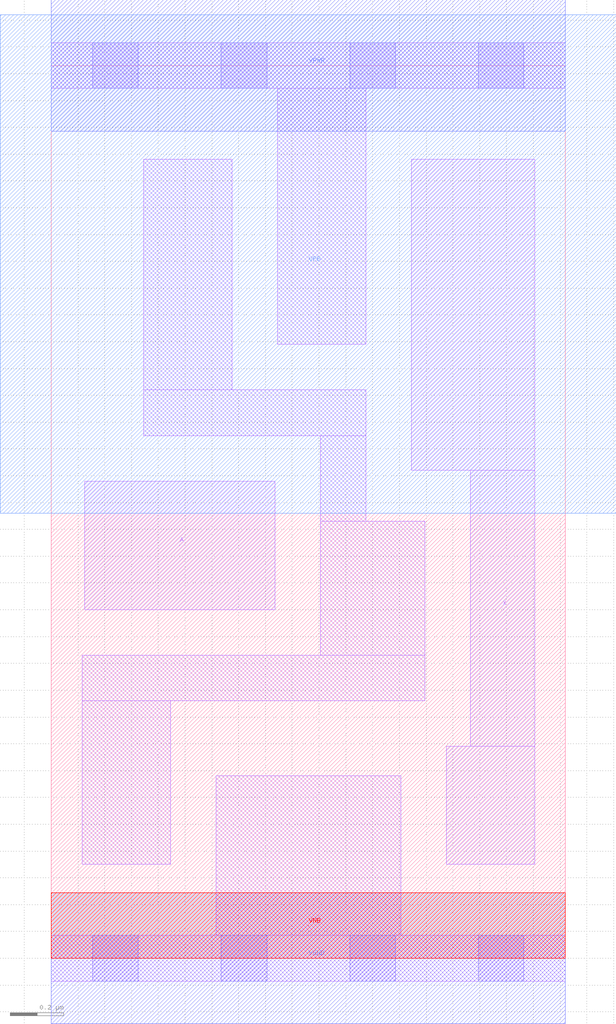
<source format=lef>
# Copyright 2020 The SkyWater PDK Authors
#
# Licensed under the Apache License, Version 2.0 (the "License");
# you may not use this file except in compliance with the License.
# You may obtain a copy of the License at
#
#     https://www.apache.org/licenses/LICENSE-2.0
#
# Unless required by applicable law or agreed to in writing, software
# distributed under the License is distributed on an "AS IS" BASIS,
# WITHOUT WARRANTIES OR CONDITIONS OF ANY KIND, either express or implied.
# See the License for the specific language governing permissions and
# limitations under the License.
#
# SPDX-License-Identifier: Apache-2.0

VERSION 5.7 ;
  NOWIREEXTENSIONATPIN ON ;
  DIVIDERCHAR "/" ;
  BUSBITCHARS "[]" ;
MACRO sky130_fd_sc_ls__clkbuf_1
  CLASS CORE ;
  FOREIGN sky130_fd_sc_ls__clkbuf_1 ;
  ORIGIN  0.000000  0.000000 ;
  SIZE  1.920000 BY  3.330000 ;
  SYMMETRY X Y ;
  SITE unit ;
  PIN A
    ANTENNAGATEAREA  0.231000 ;
    DIRECTION INPUT ;
    USE SIGNAL ;
    PORT
      LAYER li1 ;
        RECT 0.125000 1.300000 0.835000 1.780000 ;
    END
  END A
  PIN VNB
    PORT
      LAYER pwell ;
        RECT 0.000000 0.000000 1.920000 0.245000 ;
    END
  END VNB
  PIN VPB
    PORT
      LAYER nwell ;
        RECT -0.190000 1.660000 2.110000 3.520000 ;
    END
  END VPB
  PIN X
    ANTENNADIFFAREA  0.449400 ;
    DIRECTION OUTPUT ;
    USE SIGNAL ;
    PORT
      LAYER li1 ;
        RECT 1.345000 1.820000 1.805000 2.980000 ;
        RECT 1.475000 0.350000 1.805000 0.790000 ;
        RECT 1.565000 0.790000 1.805000 1.820000 ;
    END
  END X
  PIN VGND
    DIRECTION INOUT ;
    SHAPE ABUTMENT ;
    USE GROUND ;
    PORT
      LAYER met1 ;
        RECT 0.000000 -0.245000 1.920000 0.245000 ;
    END
  END VGND
  PIN VPWR
    DIRECTION INOUT ;
    SHAPE ABUTMENT ;
    USE POWER ;
    PORT
      LAYER met1 ;
        RECT 0.000000 3.085000 1.920000 3.575000 ;
    END
  END VPWR
  OBS
    LAYER li1 ;
      RECT 0.000000 -0.085000 1.920000 0.085000 ;
      RECT 0.000000  3.245000 1.920000 3.415000 ;
      RECT 0.115000  0.350000 0.445000 0.960000 ;
      RECT 0.115000  0.960000 1.395000 1.130000 ;
      RECT 0.345000  1.950000 1.175000 2.120000 ;
      RECT 0.345000  2.120000 0.675000 2.980000 ;
      RECT 0.615000  0.085000 1.305000 0.680000 ;
      RECT 0.845000  2.290000 1.175000 3.245000 ;
      RECT 1.005000  1.130000 1.395000 1.630000 ;
      RECT 1.005000  1.630000 1.175000 1.950000 ;
    LAYER mcon ;
      RECT 0.155000 -0.085000 0.325000 0.085000 ;
      RECT 0.155000  3.245000 0.325000 3.415000 ;
      RECT 0.635000 -0.085000 0.805000 0.085000 ;
      RECT 0.635000  3.245000 0.805000 3.415000 ;
      RECT 1.115000 -0.085000 1.285000 0.085000 ;
      RECT 1.115000  3.245000 1.285000 3.415000 ;
      RECT 1.595000 -0.085000 1.765000 0.085000 ;
      RECT 1.595000  3.245000 1.765000 3.415000 ;
  END
END sky130_fd_sc_ls__clkbuf_1
END LIBRARY

</source>
